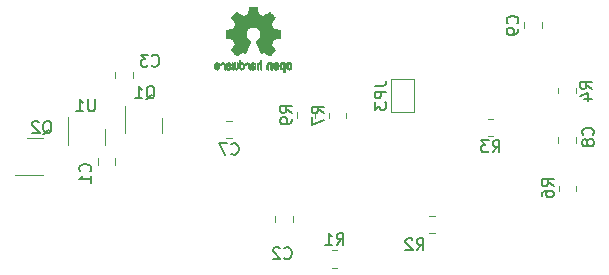
<source format=gbr>
%TF.GenerationSoftware,KiCad,Pcbnew,6.0.11-2627ca5db0~126~ubuntu22.04.1*%
%TF.CreationDate,2023-02-28T18:25:52-05:00*%
%TF.ProjectId,canbus-thermocouple,63616e62-7573-42d7-9468-65726d6f636f,1.0*%
%TF.SameCoordinates,Original*%
%TF.FileFunction,Legend,Bot*%
%TF.FilePolarity,Positive*%
%FSLAX46Y46*%
G04 Gerber Fmt 4.6, Leading zero omitted, Abs format (unit mm)*
G04 Created by KiCad (PCBNEW 6.0.11-2627ca5db0~126~ubuntu22.04.1) date 2023-02-28 18:25:52*
%MOMM*%
%LPD*%
G01*
G04 APERTURE LIST*
%ADD10C,0.150000*%
%ADD11C,0.010000*%
%ADD12C,0.120000*%
G04 APERTURE END LIST*
D10*
%TO.C,R9*%
X84127380Y-80883333D02*
X83651190Y-80550000D01*
X84127380Y-80311904D02*
X83127380Y-80311904D01*
X83127380Y-80692857D01*
X83175000Y-80788095D01*
X83222619Y-80835714D01*
X83317857Y-80883333D01*
X83460714Y-80883333D01*
X83555952Y-80835714D01*
X83603571Y-80788095D01*
X83651190Y-80692857D01*
X83651190Y-80311904D01*
X84127380Y-81359523D02*
X84127380Y-81550000D01*
X84079761Y-81645238D01*
X84032142Y-81692857D01*
X83889285Y-81788095D01*
X83698809Y-81835714D01*
X83317857Y-81835714D01*
X83222619Y-81788095D01*
X83175000Y-81740476D01*
X83127380Y-81645238D01*
X83127380Y-81454761D01*
X83175000Y-81359523D01*
X83222619Y-81311904D01*
X83317857Y-81264285D01*
X83555952Y-81264285D01*
X83651190Y-81311904D01*
X83698809Y-81359523D01*
X83746428Y-81454761D01*
X83746428Y-81645238D01*
X83698809Y-81740476D01*
X83651190Y-81788095D01*
X83555952Y-81835714D01*
%TO.C,R7*%
X86802380Y-80908333D02*
X86326190Y-80575000D01*
X86802380Y-80336904D02*
X85802380Y-80336904D01*
X85802380Y-80717857D01*
X85850000Y-80813095D01*
X85897619Y-80860714D01*
X85992857Y-80908333D01*
X86135714Y-80908333D01*
X86230952Y-80860714D01*
X86278571Y-80813095D01*
X86326190Y-80717857D01*
X86326190Y-80336904D01*
X85802380Y-81241666D02*
X85802380Y-81908333D01*
X86802380Y-81479761D01*
%TO.C,R3*%
X101116666Y-84202380D02*
X101450000Y-83726190D01*
X101688095Y-84202380D02*
X101688095Y-83202380D01*
X101307142Y-83202380D01*
X101211904Y-83250000D01*
X101164285Y-83297619D01*
X101116666Y-83392857D01*
X101116666Y-83535714D01*
X101164285Y-83630952D01*
X101211904Y-83678571D01*
X101307142Y-83726190D01*
X101688095Y-83726190D01*
X100783333Y-83202380D02*
X100164285Y-83202380D01*
X100497619Y-83583333D01*
X100354761Y-83583333D01*
X100259523Y-83630952D01*
X100211904Y-83678571D01*
X100164285Y-83773809D01*
X100164285Y-84011904D01*
X100211904Y-84107142D01*
X100259523Y-84154761D01*
X100354761Y-84202380D01*
X100640476Y-84202380D01*
X100735714Y-84154761D01*
X100783333Y-84107142D01*
%TO.C,R4*%
X109527380Y-78833333D02*
X109051190Y-78500000D01*
X109527380Y-78261904D02*
X108527380Y-78261904D01*
X108527380Y-78642857D01*
X108575000Y-78738095D01*
X108622619Y-78785714D01*
X108717857Y-78833333D01*
X108860714Y-78833333D01*
X108955952Y-78785714D01*
X109003571Y-78738095D01*
X109051190Y-78642857D01*
X109051190Y-78261904D01*
X108860714Y-79690476D02*
X109527380Y-79690476D01*
X108479761Y-79452380D02*
X109194047Y-79214285D01*
X109194047Y-79833333D01*
%TO.C,C8*%
X109607142Y-82733333D02*
X109654761Y-82685714D01*
X109702380Y-82542857D01*
X109702380Y-82447619D01*
X109654761Y-82304761D01*
X109559523Y-82209523D01*
X109464285Y-82161904D01*
X109273809Y-82114285D01*
X109130952Y-82114285D01*
X108940476Y-82161904D01*
X108845238Y-82209523D01*
X108750000Y-82304761D01*
X108702380Y-82447619D01*
X108702380Y-82542857D01*
X108750000Y-82685714D01*
X108797619Y-82733333D01*
X109130952Y-83304761D02*
X109083333Y-83209523D01*
X109035714Y-83161904D01*
X108940476Y-83114285D01*
X108892857Y-83114285D01*
X108797619Y-83161904D01*
X108750000Y-83209523D01*
X108702380Y-83304761D01*
X108702380Y-83495238D01*
X108750000Y-83590476D01*
X108797619Y-83638095D01*
X108892857Y-83685714D01*
X108940476Y-83685714D01*
X109035714Y-83638095D01*
X109083333Y-83590476D01*
X109130952Y-83495238D01*
X109130952Y-83304761D01*
X109178571Y-83209523D01*
X109226190Y-83161904D01*
X109321428Y-83114285D01*
X109511904Y-83114285D01*
X109607142Y-83161904D01*
X109654761Y-83209523D01*
X109702380Y-83304761D01*
X109702380Y-83495238D01*
X109654761Y-83590476D01*
X109607142Y-83638095D01*
X109511904Y-83685714D01*
X109321428Y-83685714D01*
X109226190Y-83638095D01*
X109178571Y-83590476D01*
X109130952Y-83495238D01*
%TO.C,C9*%
X103202142Y-73295833D02*
X103249761Y-73248214D01*
X103297380Y-73105357D01*
X103297380Y-73010119D01*
X103249761Y-72867261D01*
X103154523Y-72772023D01*
X103059285Y-72724404D01*
X102868809Y-72676785D01*
X102725952Y-72676785D01*
X102535476Y-72724404D01*
X102440238Y-72772023D01*
X102345000Y-72867261D01*
X102297380Y-73010119D01*
X102297380Y-73105357D01*
X102345000Y-73248214D01*
X102392619Y-73295833D01*
X103297380Y-73772023D02*
X103297380Y-73962500D01*
X103249761Y-74057738D01*
X103202142Y-74105357D01*
X103059285Y-74200595D01*
X102868809Y-74248214D01*
X102487857Y-74248214D01*
X102392619Y-74200595D01*
X102345000Y-74152976D01*
X102297380Y-74057738D01*
X102297380Y-73867261D01*
X102345000Y-73772023D01*
X102392619Y-73724404D01*
X102487857Y-73676785D01*
X102725952Y-73676785D01*
X102821190Y-73724404D01*
X102868809Y-73772023D01*
X102916428Y-73867261D01*
X102916428Y-74057738D01*
X102868809Y-74152976D01*
X102821190Y-74200595D01*
X102725952Y-74248214D01*
%TO.C,R6*%
X106277380Y-87083333D02*
X105801190Y-86750000D01*
X106277380Y-86511904D02*
X105277380Y-86511904D01*
X105277380Y-86892857D01*
X105325000Y-86988095D01*
X105372619Y-87035714D01*
X105467857Y-87083333D01*
X105610714Y-87083333D01*
X105705952Y-87035714D01*
X105753571Y-86988095D01*
X105801190Y-86892857D01*
X105801190Y-86511904D01*
X105277380Y-87940476D02*
X105277380Y-87750000D01*
X105325000Y-87654761D01*
X105372619Y-87607142D01*
X105515476Y-87511904D01*
X105705952Y-87464285D01*
X106086904Y-87464285D01*
X106182142Y-87511904D01*
X106229761Y-87559523D01*
X106277380Y-87654761D01*
X106277380Y-87845238D01*
X106229761Y-87940476D01*
X106182142Y-87988095D01*
X106086904Y-88035714D01*
X105848809Y-88035714D01*
X105753571Y-87988095D01*
X105705952Y-87940476D01*
X105658333Y-87845238D01*
X105658333Y-87654761D01*
X105705952Y-87559523D01*
X105753571Y-87511904D01*
X105848809Y-87464285D01*
%TO.C,C7*%
X78991666Y-84337142D02*
X79039285Y-84384761D01*
X79182142Y-84432380D01*
X79277380Y-84432380D01*
X79420238Y-84384761D01*
X79515476Y-84289523D01*
X79563095Y-84194285D01*
X79610714Y-84003809D01*
X79610714Y-83860952D01*
X79563095Y-83670476D01*
X79515476Y-83575238D01*
X79420238Y-83480000D01*
X79277380Y-83432380D01*
X79182142Y-83432380D01*
X79039285Y-83480000D01*
X78991666Y-83527619D01*
X78658333Y-83432380D02*
X77991666Y-83432380D01*
X78420238Y-84432380D01*
%TO.C,U1*%
X67436904Y-79727380D02*
X67436904Y-80536904D01*
X67389285Y-80632142D01*
X67341666Y-80679761D01*
X67246428Y-80727380D01*
X67055952Y-80727380D01*
X66960714Y-80679761D01*
X66913095Y-80632142D01*
X66865476Y-80536904D01*
X66865476Y-79727380D01*
X65865476Y-80727380D02*
X66436904Y-80727380D01*
X66151190Y-80727380D02*
X66151190Y-79727380D01*
X66246428Y-79870238D01*
X66341666Y-79965476D01*
X66436904Y-80013095D01*
%TO.C,R1*%
X87916666Y-92052380D02*
X88250000Y-91576190D01*
X88488095Y-92052380D02*
X88488095Y-91052380D01*
X88107142Y-91052380D01*
X88011904Y-91100000D01*
X87964285Y-91147619D01*
X87916666Y-91242857D01*
X87916666Y-91385714D01*
X87964285Y-91480952D01*
X88011904Y-91528571D01*
X88107142Y-91576190D01*
X88488095Y-91576190D01*
X86964285Y-92052380D02*
X87535714Y-92052380D01*
X87250000Y-92052380D02*
X87250000Y-91052380D01*
X87345238Y-91195238D01*
X87440476Y-91290476D01*
X87535714Y-91338095D01*
%TO.C,C2*%
X83491666Y-93157142D02*
X83539285Y-93204761D01*
X83682142Y-93252380D01*
X83777380Y-93252380D01*
X83920238Y-93204761D01*
X84015476Y-93109523D01*
X84063095Y-93014285D01*
X84110714Y-92823809D01*
X84110714Y-92680952D01*
X84063095Y-92490476D01*
X84015476Y-92395238D01*
X83920238Y-92300000D01*
X83777380Y-92252380D01*
X83682142Y-92252380D01*
X83539285Y-92300000D01*
X83491666Y-92347619D01*
X83110714Y-92347619D02*
X83063095Y-92300000D01*
X82967857Y-92252380D01*
X82729761Y-92252380D01*
X82634523Y-92300000D01*
X82586904Y-92347619D01*
X82539285Y-92442857D01*
X82539285Y-92538095D01*
X82586904Y-92680952D01*
X83158333Y-93252380D01*
X82539285Y-93252380D01*
%TO.C,C3*%
X72266666Y-76857142D02*
X72314285Y-76904761D01*
X72457142Y-76952380D01*
X72552380Y-76952380D01*
X72695238Y-76904761D01*
X72790476Y-76809523D01*
X72838095Y-76714285D01*
X72885714Y-76523809D01*
X72885714Y-76380952D01*
X72838095Y-76190476D01*
X72790476Y-76095238D01*
X72695238Y-76000000D01*
X72552380Y-75952380D01*
X72457142Y-75952380D01*
X72314285Y-76000000D01*
X72266666Y-76047619D01*
X71933333Y-75952380D02*
X71314285Y-75952380D01*
X71647619Y-76333333D01*
X71504761Y-76333333D01*
X71409523Y-76380952D01*
X71361904Y-76428571D01*
X71314285Y-76523809D01*
X71314285Y-76761904D01*
X71361904Y-76857142D01*
X71409523Y-76904761D01*
X71504761Y-76952380D01*
X71790476Y-76952380D01*
X71885714Y-76904761D01*
X71933333Y-76857142D01*
%TO.C,C1*%
X67032142Y-85833333D02*
X67079761Y-85785714D01*
X67127380Y-85642857D01*
X67127380Y-85547619D01*
X67079761Y-85404761D01*
X66984523Y-85309523D01*
X66889285Y-85261904D01*
X66698809Y-85214285D01*
X66555952Y-85214285D01*
X66365476Y-85261904D01*
X66270238Y-85309523D01*
X66175000Y-85404761D01*
X66127380Y-85547619D01*
X66127380Y-85642857D01*
X66175000Y-85785714D01*
X66222619Y-85833333D01*
X67127380Y-86785714D02*
X67127380Y-86214285D01*
X67127380Y-86500000D02*
X66127380Y-86500000D01*
X66270238Y-86404761D01*
X66365476Y-86309523D01*
X66413095Y-86214285D01*
%TO.C,Q2*%
X63045238Y-82672619D02*
X63140476Y-82625000D01*
X63235714Y-82529761D01*
X63378571Y-82386904D01*
X63473809Y-82339285D01*
X63569047Y-82339285D01*
X63521428Y-82577380D02*
X63616666Y-82529761D01*
X63711904Y-82434523D01*
X63759523Y-82244047D01*
X63759523Y-81910714D01*
X63711904Y-81720238D01*
X63616666Y-81625000D01*
X63521428Y-81577380D01*
X63330952Y-81577380D01*
X63235714Y-81625000D01*
X63140476Y-81720238D01*
X63092857Y-81910714D01*
X63092857Y-82244047D01*
X63140476Y-82434523D01*
X63235714Y-82529761D01*
X63330952Y-82577380D01*
X63521428Y-82577380D01*
X62711904Y-81672619D02*
X62664285Y-81625000D01*
X62569047Y-81577380D01*
X62330952Y-81577380D01*
X62235714Y-81625000D01*
X62188095Y-81672619D01*
X62140476Y-81767857D01*
X62140476Y-81863095D01*
X62188095Y-82005952D01*
X62759523Y-82577380D01*
X62140476Y-82577380D01*
%TO.C,Q1*%
X71770238Y-79722619D02*
X71865476Y-79675000D01*
X71960714Y-79579761D01*
X72103571Y-79436904D01*
X72198809Y-79389285D01*
X72294047Y-79389285D01*
X72246428Y-79627380D02*
X72341666Y-79579761D01*
X72436904Y-79484523D01*
X72484523Y-79294047D01*
X72484523Y-78960714D01*
X72436904Y-78770238D01*
X72341666Y-78675000D01*
X72246428Y-78627380D01*
X72055952Y-78627380D01*
X71960714Y-78675000D01*
X71865476Y-78770238D01*
X71817857Y-78960714D01*
X71817857Y-79294047D01*
X71865476Y-79484523D01*
X71960714Y-79579761D01*
X72055952Y-79627380D01*
X72246428Y-79627380D01*
X70865476Y-79627380D02*
X71436904Y-79627380D01*
X71151190Y-79627380D02*
X71151190Y-78627380D01*
X71246428Y-78770238D01*
X71341666Y-78865476D01*
X71436904Y-78913095D01*
%TO.C,JP3*%
X91127380Y-78591666D02*
X91841666Y-78591666D01*
X91984523Y-78544047D01*
X92079761Y-78448809D01*
X92127380Y-78305952D01*
X92127380Y-78210714D01*
X92127380Y-79067857D02*
X91127380Y-79067857D01*
X91127380Y-79448809D01*
X91175000Y-79544047D01*
X91222619Y-79591666D01*
X91317857Y-79639285D01*
X91460714Y-79639285D01*
X91555952Y-79591666D01*
X91603571Y-79544047D01*
X91651190Y-79448809D01*
X91651190Y-79067857D01*
X91127380Y-79972619D02*
X91127380Y-80591666D01*
X91508333Y-80258333D01*
X91508333Y-80401190D01*
X91555952Y-80496428D01*
X91603571Y-80544047D01*
X91698809Y-80591666D01*
X91936904Y-80591666D01*
X92032142Y-80544047D01*
X92079761Y-80496428D01*
X92127380Y-80401190D01*
X92127380Y-80115476D01*
X92079761Y-80020238D01*
X92032142Y-79972619D01*
%TO.C,R2*%
X94691666Y-92502380D02*
X95025000Y-92026190D01*
X95263095Y-92502380D02*
X95263095Y-91502380D01*
X94882142Y-91502380D01*
X94786904Y-91550000D01*
X94739285Y-91597619D01*
X94691666Y-91692857D01*
X94691666Y-91835714D01*
X94739285Y-91930952D01*
X94786904Y-91978571D01*
X94882142Y-92026190D01*
X95263095Y-92026190D01*
X94310714Y-91597619D02*
X94263095Y-91550000D01*
X94167857Y-91502380D01*
X93929761Y-91502380D01*
X93834523Y-91550000D01*
X93786904Y-91597619D01*
X93739285Y-91692857D01*
X93739285Y-91788095D01*
X93786904Y-91930952D01*
X94358333Y-92502380D01*
X93739285Y-92502380D01*
%TO.C,REF\u002A\u002A*%
G36*
X79478941Y-76599282D02*
G01*
X79510774Y-76611758D01*
X79547743Y-76628602D01*
X79547743Y-77115196D01*
X79501812Y-77161127D01*
X79491320Y-77171427D01*
X79462255Y-77194320D01*
X79432943Y-77201735D01*
X79389326Y-77198321D01*
X79371568Y-77196114D01*
X79325767Y-77191445D01*
X79293743Y-77189585D01*
X79284244Y-77189869D01*
X79245274Y-77192948D01*
X79198160Y-77198321D01*
X79183085Y-77200168D01*
X79145110Y-77200893D01*
X79117325Y-77189429D01*
X79085674Y-77161127D01*
X79039743Y-77115196D01*
X79039743Y-76855055D01*
X79040101Y-76778180D01*
X79041216Y-76704886D01*
X79042952Y-76646850D01*
X79045167Y-76608663D01*
X79047721Y-76594914D01*
X79048256Y-76594951D01*
X79066808Y-76601793D01*
X79098153Y-76616868D01*
X79140608Y-76638822D01*
X79144604Y-76867240D01*
X79148600Y-77095657D01*
X79235686Y-77095657D01*
X79239657Y-76845286D01*
X79240916Y-76777227D01*
X79242718Y-76704482D01*
X79244671Y-76646730D01*
X79246612Y-76608648D01*
X79248377Y-76594914D01*
X79248885Y-76594962D01*
X79266482Y-76600015D01*
X79298834Y-76610849D01*
X79344543Y-76626783D01*
X79344765Y-76846706D01*
X79344988Y-76884909D01*
X79346531Y-76959146D01*
X79349292Y-77021145D01*
X79352977Y-77065308D01*
X79357292Y-77086041D01*
X79372732Y-77097131D01*
X79404241Y-77100556D01*
X79438886Y-77095657D01*
X79442857Y-76845286D01*
X79444278Y-76781663D01*
X79447225Y-76706356D01*
X79451079Y-76647286D01*
X79455542Y-76608718D01*
X79460317Y-76594914D01*
X79478941Y-76599282D01*
G37*
D11*
X79478941Y-76599282D02*
X79510774Y-76611758D01*
X79547743Y-76628602D01*
X79547743Y-77115196D01*
X79501812Y-77161127D01*
X79491320Y-77171427D01*
X79462255Y-77194320D01*
X79432943Y-77201735D01*
X79389326Y-77198321D01*
X79371568Y-77196114D01*
X79325767Y-77191445D01*
X79293743Y-77189585D01*
X79284244Y-77189869D01*
X79245274Y-77192948D01*
X79198160Y-77198321D01*
X79183085Y-77200168D01*
X79145110Y-77200893D01*
X79117325Y-77189429D01*
X79085674Y-77161127D01*
X79039743Y-77115196D01*
X79039743Y-76855055D01*
X79040101Y-76778180D01*
X79041216Y-76704886D01*
X79042952Y-76646850D01*
X79045167Y-76608663D01*
X79047721Y-76594914D01*
X79048256Y-76594951D01*
X79066808Y-76601793D01*
X79098153Y-76616868D01*
X79140608Y-76638822D01*
X79144604Y-76867240D01*
X79148600Y-77095657D01*
X79235686Y-77095657D01*
X79239657Y-76845286D01*
X79240916Y-76777227D01*
X79242718Y-76704482D01*
X79244671Y-76646730D01*
X79246612Y-76608648D01*
X79248377Y-76594914D01*
X79248885Y-76594962D01*
X79266482Y-76600015D01*
X79298834Y-76610849D01*
X79344543Y-76626783D01*
X79344765Y-76846706D01*
X79344988Y-76884909D01*
X79346531Y-76959146D01*
X79349292Y-77021145D01*
X79352977Y-77065308D01*
X79357292Y-77086041D01*
X79372732Y-77097131D01*
X79404241Y-77100556D01*
X79438886Y-77095657D01*
X79442857Y-76845286D01*
X79444278Y-76781663D01*
X79447225Y-76706356D01*
X79451079Y-76647286D01*
X79455542Y-76608718D01*
X79460317Y-76594914D01*
X79478941Y-76599282D01*
G36*
X84090701Y-76900935D02*
G01*
X84089914Y-76971119D01*
X84087210Y-77020022D01*
X84081606Y-77054178D01*
X84072119Y-77080124D01*
X84057768Y-77104397D01*
X84054237Y-77109433D01*
X84016878Y-77149143D01*
X83974311Y-77179092D01*
X83952452Y-77188810D01*
X83873908Y-77205020D01*
X83796231Y-77194535D01*
X83724645Y-77158707D01*
X83664374Y-77098887D01*
X83659286Y-77090873D01*
X83642730Y-77044342D01*
X83631573Y-76979552D01*
X83626160Y-76904727D01*
X83626768Y-76835513D01*
X83773248Y-76835513D01*
X83774402Y-76931399D01*
X83774866Y-76937569D01*
X83781629Y-76990478D01*
X83793671Y-77024029D01*
X83814005Y-77047016D01*
X83848097Y-77068548D01*
X83881814Y-77069680D01*
X83916543Y-77044857D01*
X83922584Y-77038325D01*
X83934417Y-77018779D01*
X83941404Y-76990386D01*
X83944727Y-76946430D01*
X83945571Y-76880192D01*
X83944125Y-76818150D01*
X83936907Y-76759042D01*
X83922006Y-76721686D01*
X83897636Y-76702152D01*
X83862008Y-76696514D01*
X83848440Y-76697635D01*
X83810430Y-76718194D01*
X83785312Y-76764299D01*
X83773248Y-76835513D01*
X83626768Y-76835513D01*
X83626833Y-76828096D01*
X83633937Y-76757882D01*
X83647815Y-76702312D01*
X83665649Y-76665301D01*
X83715855Y-76607733D01*
X83783885Y-76571962D01*
X83867158Y-76559665D01*
X83889398Y-76560331D01*
X83954891Y-76573947D01*
X84008687Y-76608249D01*
X84058057Y-76667338D01*
X84060995Y-76671722D01*
X84074287Y-76695299D01*
X84082932Y-76721949D01*
X84087904Y-76758159D01*
X84090174Y-76810413D01*
X84090678Y-76880192D01*
X84090714Y-76885200D01*
X84090701Y-76900935D01*
G37*
X84090701Y-76900935D02*
X84089914Y-76971119D01*
X84087210Y-77020022D01*
X84081606Y-77054178D01*
X84072119Y-77080124D01*
X84057768Y-77104397D01*
X84054237Y-77109433D01*
X84016878Y-77149143D01*
X83974311Y-77179092D01*
X83952452Y-77188810D01*
X83873908Y-77205020D01*
X83796231Y-77194535D01*
X83724645Y-77158707D01*
X83664374Y-77098887D01*
X83659286Y-77090873D01*
X83642730Y-77044342D01*
X83631573Y-76979552D01*
X83626160Y-76904727D01*
X83626768Y-76835513D01*
X83773248Y-76835513D01*
X83774402Y-76931399D01*
X83774866Y-76937569D01*
X83781629Y-76990478D01*
X83793671Y-77024029D01*
X83814005Y-77047016D01*
X83848097Y-77068548D01*
X83881814Y-77069680D01*
X83916543Y-77044857D01*
X83922584Y-77038325D01*
X83934417Y-77018779D01*
X83941404Y-76990386D01*
X83944727Y-76946430D01*
X83945571Y-76880192D01*
X83944125Y-76818150D01*
X83936907Y-76759042D01*
X83922006Y-76721686D01*
X83897636Y-76702152D01*
X83862008Y-76696514D01*
X83848440Y-76697635D01*
X83810430Y-76718194D01*
X83785312Y-76764299D01*
X83773248Y-76835513D01*
X83626768Y-76835513D01*
X83626833Y-76828096D01*
X83633937Y-76757882D01*
X83647815Y-76702312D01*
X83665649Y-76665301D01*
X83715855Y-76607733D01*
X83783885Y-76571962D01*
X83867158Y-76559665D01*
X83889398Y-76560331D01*
X83954891Y-76573947D01*
X84008687Y-76608249D01*
X84058057Y-76667338D01*
X84060995Y-76671722D01*
X84074287Y-76695299D01*
X84082932Y-76721949D01*
X84087904Y-76758159D01*
X84090174Y-76810413D01*
X84090678Y-76880192D01*
X84090714Y-76885200D01*
X84090701Y-76900935D01*
G36*
X77965307Y-76941305D02*
G01*
X77961762Y-77017521D01*
X77952483Y-77073294D01*
X77935375Y-77114613D01*
X77908344Y-77147467D01*
X77869292Y-77177846D01*
X77844445Y-77191660D01*
X77804615Y-77200965D01*
X77748665Y-77200230D01*
X77717385Y-77197283D01*
X77679653Y-77188283D01*
X77649494Y-77168720D01*
X77614408Y-77132267D01*
X77609720Y-77126943D01*
X77578177Y-77085969D01*
X77563128Y-77050283D01*
X77559286Y-77007966D01*
X77559286Y-76945779D01*
X77602742Y-76962182D01*
X77634424Y-76981356D01*
X77661962Y-77026347D01*
X77667711Y-77040752D01*
X77699855Y-77081546D01*
X77743611Y-77102081D01*
X77791254Y-77100235D01*
X77835057Y-77073886D01*
X77850111Y-77057455D01*
X77863763Y-77032667D01*
X77859493Y-77010144D01*
X77834916Y-76986964D01*
X77787651Y-76960202D01*
X77715314Y-76926934D01*
X77566543Y-76861816D01*
X77562595Y-76797308D01*
X77564079Y-76756220D01*
X77661010Y-76756220D01*
X77668368Y-76781657D01*
X77701848Y-76808814D01*
X77762614Y-76839714D01*
X77772669Y-76844190D01*
X77820751Y-76865017D01*
X77856726Y-76879665D01*
X77873444Y-76885200D01*
X77875977Y-76881126D01*
X77876993Y-76856247D01*
X77873369Y-76816257D01*
X77864242Y-76777152D01*
X77835773Y-76727884D01*
X77794678Y-76700122D01*
X77745590Y-76696364D01*
X77693144Y-76719109D01*
X77678609Y-76730481D01*
X77661010Y-76756220D01*
X77564079Y-76756220D01*
X77564338Y-76749064D01*
X77586281Y-76688096D01*
X77613979Y-76654497D01*
X77671405Y-76616966D01*
X77739527Y-76598006D01*
X77809947Y-76599507D01*
X77874267Y-76623355D01*
X77888426Y-76632513D01*
X77920904Y-76660849D01*
X77943116Y-76696695D01*
X77956804Y-76745384D01*
X77963715Y-76812249D01*
X77964628Y-76856247D01*
X77965590Y-76902622D01*
X77965307Y-76941305D01*
G37*
X77965307Y-76941305D02*
X77961762Y-77017521D01*
X77952483Y-77073294D01*
X77935375Y-77114613D01*
X77908344Y-77147467D01*
X77869292Y-77177846D01*
X77844445Y-77191660D01*
X77804615Y-77200965D01*
X77748665Y-77200230D01*
X77717385Y-77197283D01*
X77679653Y-77188283D01*
X77649494Y-77168720D01*
X77614408Y-77132267D01*
X77609720Y-77126943D01*
X77578177Y-77085969D01*
X77563128Y-77050283D01*
X77559286Y-77007966D01*
X77559286Y-76945779D01*
X77602742Y-76962182D01*
X77634424Y-76981356D01*
X77661962Y-77026347D01*
X77667711Y-77040752D01*
X77699855Y-77081546D01*
X77743611Y-77102081D01*
X77791254Y-77100235D01*
X77835057Y-77073886D01*
X77850111Y-77057455D01*
X77863763Y-77032667D01*
X77859493Y-77010144D01*
X77834916Y-76986964D01*
X77787651Y-76960202D01*
X77715314Y-76926934D01*
X77566543Y-76861816D01*
X77562595Y-76797308D01*
X77564079Y-76756220D01*
X77661010Y-76756220D01*
X77668368Y-76781657D01*
X77701848Y-76808814D01*
X77762614Y-76839714D01*
X77772669Y-76844190D01*
X77820751Y-76865017D01*
X77856726Y-76879665D01*
X77873444Y-76885200D01*
X77875977Y-76881126D01*
X77876993Y-76856247D01*
X77873369Y-76816257D01*
X77864242Y-76777152D01*
X77835773Y-76727884D01*
X77794678Y-76700122D01*
X77745590Y-76696364D01*
X77693144Y-76719109D01*
X77678609Y-76730481D01*
X77661010Y-76756220D01*
X77564079Y-76756220D01*
X77564338Y-76749064D01*
X77586281Y-76688096D01*
X77613979Y-76654497D01*
X77671405Y-76616966D01*
X77739527Y-76598006D01*
X77809947Y-76599507D01*
X77874267Y-76623355D01*
X77888426Y-76632513D01*
X77920904Y-76660849D01*
X77943116Y-76696695D01*
X77956804Y-76745384D01*
X77963715Y-76812249D01*
X77964628Y-76856247D01*
X77965590Y-76902622D01*
X77965307Y-76941305D01*
G36*
X82256020Y-76567822D02*
G01*
X82323810Y-76599680D01*
X82379366Y-76654770D01*
X82390881Y-76672016D01*
X82400432Y-76691562D01*
X82407206Y-76716198D01*
X82411819Y-76750711D01*
X82414888Y-76799889D01*
X82417029Y-76868519D01*
X82418859Y-76961389D01*
X82423404Y-77219007D01*
X82385225Y-77204491D01*
X82350268Y-77191156D01*
X82324097Y-77178323D01*
X82307013Y-77161780D01*
X82297086Y-77136465D01*
X82292386Y-77097316D01*
X82290982Y-77039268D01*
X82290943Y-76957261D01*
X82290744Y-76891895D01*
X82289559Y-76829173D01*
X82286729Y-76786334D01*
X82281609Y-76758220D01*
X82273553Y-76739675D01*
X82261914Y-76725543D01*
X82233303Y-76705600D01*
X82185239Y-76698083D01*
X82137688Y-76717079D01*
X82134550Y-76719511D01*
X82124769Y-76730748D01*
X82117553Y-76748770D01*
X82112299Y-76778026D01*
X82108402Y-76822962D01*
X82105256Y-76888028D01*
X82102257Y-76977670D01*
X82095000Y-77217697D01*
X82033314Y-77190044D01*
X81971629Y-77162391D01*
X81971629Y-76943246D01*
X81971884Y-76883711D01*
X81974086Y-76800892D01*
X81979661Y-76739227D01*
X81989941Y-76693748D01*
X82006258Y-76659484D01*
X82029943Y-76631466D01*
X82062328Y-76604723D01*
X82108907Y-76577780D01*
X82182287Y-76560191D01*
X82256020Y-76567822D01*
G37*
X82256020Y-76567822D02*
X82323810Y-76599680D01*
X82379366Y-76654770D01*
X82390881Y-76672016D01*
X82400432Y-76691562D01*
X82407206Y-76716198D01*
X82411819Y-76750711D01*
X82414888Y-76799889D01*
X82417029Y-76868519D01*
X82418859Y-76961389D01*
X82423404Y-77219007D01*
X82385225Y-77204491D01*
X82350268Y-77191156D01*
X82324097Y-77178323D01*
X82307013Y-77161780D01*
X82297086Y-77136465D01*
X82292386Y-77097316D01*
X82290982Y-77039268D01*
X82290943Y-76957261D01*
X82290744Y-76891895D01*
X82289559Y-76829173D01*
X82286729Y-76786334D01*
X82281609Y-76758220D01*
X82273553Y-76739675D01*
X82261914Y-76725543D01*
X82233303Y-76705600D01*
X82185239Y-76698083D01*
X82137688Y-76717079D01*
X82134550Y-76719511D01*
X82124769Y-76730748D01*
X82117553Y-76748770D01*
X82112299Y-76778026D01*
X82108402Y-76822962D01*
X82105256Y-76888028D01*
X82102257Y-76977670D01*
X82095000Y-77217697D01*
X82033314Y-77190044D01*
X81971629Y-77162391D01*
X81971629Y-76943246D01*
X81971884Y-76883711D01*
X81974086Y-76800892D01*
X81979661Y-76739227D01*
X81989941Y-76693748D01*
X82006258Y-76659484D01*
X82029943Y-76631466D01*
X82062328Y-76604723D01*
X82108907Y-76577780D01*
X82182287Y-76560191D01*
X82256020Y-76567822D01*
G36*
X78307829Y-76601097D02*
G01*
X78367753Y-76623355D01*
X78392673Y-76640080D01*
X78417910Y-76664043D01*
X78435912Y-76694526D01*
X78447858Y-76736023D01*
X78454930Y-76793032D01*
X78458308Y-76870047D01*
X78459171Y-76971565D01*
X78459002Y-77024027D01*
X78458153Y-77095715D01*
X78456711Y-77152925D01*
X78454814Y-77190809D01*
X78452597Y-77204514D01*
X78438172Y-77199981D01*
X78409054Y-77187670D01*
X78408181Y-77187272D01*
X78393060Y-77179356D01*
X78382891Y-77168495D01*
X78376691Y-77149471D01*
X78373478Y-77117069D01*
X78372270Y-77066071D01*
X78372086Y-76991261D01*
X78371714Y-76943804D01*
X78367750Y-76854615D01*
X78358673Y-76789287D01*
X78343524Y-76744393D01*
X78321345Y-76716507D01*
X78291175Y-76702203D01*
X78286990Y-76701206D01*
X78230480Y-76700427D01*
X78186410Y-76725744D01*
X78155972Y-76776502D01*
X78150544Y-76791175D01*
X78138171Y-76823649D01*
X78131905Y-76838572D01*
X78119036Y-76836516D01*
X78090933Y-76825357D01*
X78064721Y-76806927D01*
X78052771Y-76772098D01*
X78056336Y-76747151D01*
X78078235Y-76696547D01*
X78113644Y-76649128D01*
X78155052Y-76616334D01*
X78172400Y-76608752D01*
X78238089Y-76596076D01*
X78307829Y-76601097D01*
G37*
X78307829Y-76601097D02*
X78367753Y-76623355D01*
X78392673Y-76640080D01*
X78417910Y-76664043D01*
X78435912Y-76694526D01*
X78447858Y-76736023D01*
X78454930Y-76793032D01*
X78458308Y-76870047D01*
X78459171Y-76971565D01*
X78459002Y-77024027D01*
X78458153Y-77095715D01*
X78456711Y-77152925D01*
X78454814Y-77190809D01*
X78452597Y-77204514D01*
X78438172Y-77199981D01*
X78409054Y-77187670D01*
X78408181Y-77187272D01*
X78393060Y-77179356D01*
X78382891Y-77168495D01*
X78376691Y-77149471D01*
X78373478Y-77117069D01*
X78372270Y-77066071D01*
X78372086Y-76991261D01*
X78371714Y-76943804D01*
X78367750Y-76854615D01*
X78358673Y-76789287D01*
X78343524Y-76744393D01*
X78321345Y-76716507D01*
X78291175Y-76702203D01*
X78286990Y-76701206D01*
X78230480Y-76700427D01*
X78186410Y-76725744D01*
X78155972Y-76776502D01*
X78150544Y-76791175D01*
X78138171Y-76823649D01*
X78131905Y-76838572D01*
X78119036Y-76836516D01*
X78090933Y-76825357D01*
X78064721Y-76806927D01*
X78052771Y-76772098D01*
X78056336Y-76747151D01*
X78078235Y-76696547D01*
X78113644Y-76649128D01*
X78155052Y-76616334D01*
X78172400Y-76608752D01*
X78238089Y-76596076D01*
X78307829Y-76601097D01*
G36*
X80054537Y-76956313D02*
G01*
X80046345Y-77033462D01*
X80028519Y-77091276D01*
X79998975Y-77135422D01*
X79955625Y-77171568D01*
X79914332Y-77192463D01*
X79844987Y-77204090D01*
X79775736Y-77191377D01*
X79713145Y-77155945D01*
X79663779Y-77099418D01*
X79657818Y-77088995D01*
X79649945Y-77070733D01*
X79644106Y-77047429D01*
X79639999Y-77015085D01*
X79637325Y-76969704D01*
X79635781Y-76907287D01*
X79635734Y-76901748D01*
X79736429Y-76901748D01*
X79736772Y-76954577D01*
X79738942Y-77002362D01*
X79744307Y-77033209D01*
X79754217Y-77053935D01*
X79770021Y-77071356D01*
X79773724Y-77074705D01*
X79821299Y-77099419D01*
X79871635Y-77096890D01*
X79918517Y-77067288D01*
X79932477Y-77051953D01*
X79944160Y-77031622D01*
X79950686Y-77003514D01*
X79953524Y-76960550D01*
X79954143Y-76895647D01*
X79953837Y-76846122D01*
X79951722Y-76797782D01*
X79946390Y-76766587D01*
X79936460Y-76745647D01*
X79920550Y-76728073D01*
X79911204Y-76720159D01*
X79862776Y-76698843D01*
X79812040Y-76702198D01*
X79767987Y-76730107D01*
X79758504Y-76741173D01*
X79746939Y-76762009D01*
X79740252Y-76791106D01*
X79737173Y-76835381D01*
X79736429Y-76901748D01*
X79635734Y-76901748D01*
X79635067Y-76823837D01*
X79634883Y-76715358D01*
X79634829Y-76378601D01*
X79682000Y-76398362D01*
X79694472Y-76403770D01*
X79714324Y-76415985D01*
X79725687Y-76434482D01*
X79731933Y-76466829D01*
X79736429Y-76520593D01*
X79740535Y-76568866D01*
X79745963Y-76600557D01*
X79753739Y-76612383D01*
X79765457Y-76609212D01*
X79795318Y-76598067D01*
X79848684Y-76595304D01*
X79906093Y-76605625D01*
X79955625Y-76627861D01*
X79982876Y-76648443D01*
X80017865Y-76688600D01*
X80040274Y-76740086D01*
X80052190Y-76808568D01*
X80055542Y-76895647D01*
X80055698Y-76899714D01*
X80054537Y-76956313D01*
G37*
X80054537Y-76956313D02*
X80046345Y-77033462D01*
X80028519Y-77091276D01*
X79998975Y-77135422D01*
X79955625Y-77171568D01*
X79914332Y-77192463D01*
X79844987Y-77204090D01*
X79775736Y-77191377D01*
X79713145Y-77155945D01*
X79663779Y-77099418D01*
X79657818Y-77088995D01*
X79649945Y-77070733D01*
X79644106Y-77047429D01*
X79639999Y-77015085D01*
X79637325Y-76969704D01*
X79635781Y-76907287D01*
X79635734Y-76901748D01*
X79736429Y-76901748D01*
X79736772Y-76954577D01*
X79738942Y-77002362D01*
X79744307Y-77033209D01*
X79754217Y-77053935D01*
X79770021Y-77071356D01*
X79773724Y-77074705D01*
X79821299Y-77099419D01*
X79871635Y-77096890D01*
X79918517Y-77067288D01*
X79932477Y-77051953D01*
X79944160Y-77031622D01*
X79950686Y-77003514D01*
X79953524Y-76960550D01*
X79954143Y-76895647D01*
X79953837Y-76846122D01*
X79951722Y-76797782D01*
X79946390Y-76766587D01*
X79936460Y-76745647D01*
X79920550Y-76728073D01*
X79911204Y-76720159D01*
X79862776Y-76698843D01*
X79812040Y-76702198D01*
X79767987Y-76730107D01*
X79758504Y-76741173D01*
X79746939Y-76762009D01*
X79740252Y-76791106D01*
X79737173Y-76835381D01*
X79736429Y-76901748D01*
X79635734Y-76901748D01*
X79635067Y-76823837D01*
X79634883Y-76715358D01*
X79634829Y-76378601D01*
X79682000Y-76398362D01*
X79694472Y-76403770D01*
X79714324Y-76415985D01*
X79725687Y-76434482D01*
X79731933Y-76466829D01*
X79736429Y-76520593D01*
X79740535Y-76568866D01*
X79745963Y-76600557D01*
X79753739Y-76612383D01*
X79765457Y-76609212D01*
X79795318Y-76598067D01*
X79848684Y-76595304D01*
X79906093Y-76605625D01*
X79955625Y-76627861D01*
X79982876Y-76648443D01*
X80017865Y-76688600D01*
X80040274Y-76740086D01*
X80052190Y-76808568D01*
X80055542Y-76895647D01*
X80055698Y-76899714D01*
X80054537Y-76956313D01*
G36*
X81503543Y-76399444D02*
G01*
X81550714Y-76419342D01*
X81550714Y-76816509D01*
X81550519Y-76919498D01*
X81549998Y-77012141D01*
X81549199Y-77090700D01*
X81548172Y-77151439D01*
X81546963Y-77190623D01*
X81545623Y-77204514D01*
X81545099Y-77204468D01*
X81527287Y-77199420D01*
X81494823Y-77188580D01*
X81449114Y-77172646D01*
X81449114Y-76968173D01*
X81448824Y-76887832D01*
X81447474Y-76829562D01*
X81444369Y-76789909D01*
X81438812Y-76763618D01*
X81430107Y-76745436D01*
X81417556Y-76730107D01*
X81408999Y-76721955D01*
X81362728Y-76699375D01*
X81311728Y-76701375D01*
X81264993Y-76728073D01*
X81258189Y-76734698D01*
X81247293Y-76748456D01*
X81239836Y-76766642D01*
X81235169Y-76794177D01*
X81232642Y-76835981D01*
X81231602Y-76896973D01*
X81231400Y-76982073D01*
X81231303Y-77025234D01*
X81230674Y-77096224D01*
X81229556Y-77153076D01*
X81228063Y-77190828D01*
X81226309Y-77204514D01*
X81225785Y-77204468D01*
X81207973Y-77199420D01*
X81175509Y-77188580D01*
X81129800Y-77172646D01*
X81129823Y-76967237D01*
X81129857Y-76948951D01*
X81131778Y-76853626D01*
X81137678Y-76781543D01*
X81149001Y-76727813D01*
X81167187Y-76687549D01*
X81193679Y-76655861D01*
X81229918Y-76627861D01*
X81265263Y-76610333D01*
X81321773Y-76596785D01*
X81377356Y-76596015D01*
X81420086Y-76609195D01*
X81423298Y-76611015D01*
X81433205Y-76610820D01*
X81439975Y-76595572D01*
X81444861Y-76560613D01*
X81449114Y-76501289D01*
X81456371Y-76379547D01*
X81503543Y-76399444D01*
G37*
X81503543Y-76399444D02*
X81550714Y-76419342D01*
X81550714Y-76816509D01*
X81550519Y-76919498D01*
X81549998Y-77012141D01*
X81549199Y-77090700D01*
X81548172Y-77151439D01*
X81546963Y-77190623D01*
X81545623Y-77204514D01*
X81545099Y-77204468D01*
X81527287Y-77199420D01*
X81494823Y-77188580D01*
X81449114Y-77172646D01*
X81449114Y-76968173D01*
X81448824Y-76887832D01*
X81447474Y-76829562D01*
X81444369Y-76789909D01*
X81438812Y-76763618D01*
X81430107Y-76745436D01*
X81417556Y-76730107D01*
X81408999Y-76721955D01*
X81362728Y-76699375D01*
X81311728Y-76701375D01*
X81264993Y-76728073D01*
X81258189Y-76734698D01*
X81247293Y-76748456D01*
X81239836Y-76766642D01*
X81235169Y-76794177D01*
X81232642Y-76835981D01*
X81231602Y-76896973D01*
X81231400Y-76982073D01*
X81231303Y-77025234D01*
X81230674Y-77096224D01*
X81229556Y-77153076D01*
X81228063Y-77190828D01*
X81226309Y-77204514D01*
X81225785Y-77204468D01*
X81207973Y-77199420D01*
X81175509Y-77188580D01*
X81129800Y-77172646D01*
X81129823Y-76967237D01*
X81129857Y-76948951D01*
X81131778Y-76853626D01*
X81137678Y-76781543D01*
X81149001Y-76727813D01*
X81167187Y-76687549D01*
X81193679Y-76655861D01*
X81229918Y-76627861D01*
X81265263Y-76610333D01*
X81321773Y-76596785D01*
X81377356Y-76596015D01*
X81420086Y-76609195D01*
X81423298Y-76611015D01*
X81433205Y-76610820D01*
X81439975Y-76595572D01*
X81444861Y-76560613D01*
X81449114Y-76501289D01*
X81456371Y-76379547D01*
X81503543Y-76399444D01*
G36*
X80914483Y-76610569D02*
G01*
X80964376Y-76639661D01*
X80986325Y-76662327D01*
X81028504Y-76730082D01*
X81042714Y-76803950D01*
X81042714Y-76854770D01*
X80995999Y-76835128D01*
X80963692Y-76815308D01*
X80938231Y-76774160D01*
X80935616Y-76765675D01*
X80907478Y-76722451D01*
X80865067Y-76699103D01*
X80816370Y-76698100D01*
X80769373Y-76721914D01*
X80762357Y-76728056D01*
X80738893Y-76754745D01*
X80735019Y-76778014D01*
X80752768Y-76800862D01*
X80794179Y-76826287D01*
X80861286Y-76857288D01*
X80865824Y-76859252D01*
X80940322Y-76893990D01*
X80991203Y-76924763D01*
X81022525Y-76955488D01*
X81038343Y-76990082D01*
X81042714Y-77032462D01*
X81036986Y-77079446D01*
X81008062Y-77139585D01*
X80957178Y-77182788D01*
X80920374Y-77195759D01*
X80868434Y-77202856D01*
X80817999Y-77201340D01*
X80781983Y-77190632D01*
X80778158Y-77187966D01*
X80767998Y-77169337D01*
X80775048Y-77136505D01*
X80787297Y-77110735D01*
X80806939Y-77100006D01*
X80844191Y-77100539D01*
X80895908Y-77097462D01*
X80929701Y-77076212D01*
X80941114Y-77036877D01*
X80941104Y-77035747D01*
X80934187Y-77012913D01*
X80910659Y-76991963D01*
X80864914Y-76967815D01*
X80802704Y-76938741D01*
X80761499Y-76922925D01*
X80737712Y-76923944D01*
X80726597Y-76944837D01*
X80723408Y-76988641D01*
X80723400Y-77058393D01*
X80723044Y-77101452D01*
X80721413Y-77154626D01*
X80718761Y-77191022D01*
X80715422Y-77204514D01*
X80714530Y-77204423D01*
X80695237Y-77197110D01*
X80663284Y-77181678D01*
X80619124Y-77158842D01*
X80624371Y-76953078D01*
X80624736Y-76939432D01*
X80628904Y-76843651D01*
X80636268Y-76771462D01*
X80648330Y-76718058D01*
X80666593Y-76678633D01*
X80692560Y-76648380D01*
X80727733Y-76622493D01*
X80728384Y-76622087D01*
X80785256Y-76600968D01*
X80851033Y-76597400D01*
X80914483Y-76610569D01*
G37*
X80914483Y-76610569D02*
X80964376Y-76639661D01*
X80986325Y-76662327D01*
X81028504Y-76730082D01*
X81042714Y-76803950D01*
X81042714Y-76854770D01*
X80995999Y-76835128D01*
X80963692Y-76815308D01*
X80938231Y-76774160D01*
X80935616Y-76765675D01*
X80907478Y-76722451D01*
X80865067Y-76699103D01*
X80816370Y-76698100D01*
X80769373Y-76721914D01*
X80762357Y-76728056D01*
X80738893Y-76754745D01*
X80735019Y-76778014D01*
X80752768Y-76800862D01*
X80794179Y-76826287D01*
X80861286Y-76857288D01*
X80865824Y-76859252D01*
X80940322Y-76893990D01*
X80991203Y-76924763D01*
X81022525Y-76955488D01*
X81038343Y-76990082D01*
X81042714Y-77032462D01*
X81036986Y-77079446D01*
X81008062Y-77139585D01*
X80957178Y-77182788D01*
X80920374Y-77195759D01*
X80868434Y-77202856D01*
X80817999Y-77201340D01*
X80781983Y-77190632D01*
X80778158Y-77187966D01*
X80767998Y-77169337D01*
X80775048Y-77136505D01*
X80787297Y-77110735D01*
X80806939Y-77100006D01*
X80844191Y-77100539D01*
X80895908Y-77097462D01*
X80929701Y-77076212D01*
X80941114Y-77036877D01*
X80941104Y-77035747D01*
X80934187Y-77012913D01*
X80910659Y-76991963D01*
X80864914Y-76967815D01*
X80802704Y-76938741D01*
X80761499Y-76922925D01*
X80737712Y-76923944D01*
X80726597Y-76944837D01*
X80723408Y-76988641D01*
X80723400Y-77058393D01*
X80723044Y-77101452D01*
X80721413Y-77154626D01*
X80718761Y-77191022D01*
X80715422Y-77204514D01*
X80714530Y-77204423D01*
X80695237Y-77197110D01*
X80663284Y-77181678D01*
X80619124Y-77158842D01*
X80624371Y-76953078D01*
X80624736Y-76939432D01*
X80628904Y-76843651D01*
X80636268Y-76771462D01*
X80648330Y-76718058D01*
X80666593Y-76678633D01*
X80692560Y-76648380D01*
X80727733Y-76622493D01*
X80728384Y-76622087D01*
X80785256Y-76600968D01*
X80851033Y-76597400D01*
X80914483Y-76610569D01*
G36*
X80938933Y-71892371D02*
G01*
X81014856Y-71892865D01*
X81069491Y-71894135D01*
X81106500Y-71896547D01*
X81129547Y-71900467D01*
X81142296Y-71906262D01*
X81148411Y-71914299D01*
X81151556Y-71924943D01*
X81151646Y-71925325D01*
X81156814Y-71950347D01*
X81166209Y-71998681D01*
X81178867Y-72065260D01*
X81193825Y-72145014D01*
X81210119Y-72232875D01*
X81211448Y-72240064D01*
X81227691Y-72325340D01*
X81242805Y-72400242D01*
X81255808Y-72460219D01*
X81265715Y-72500717D01*
X81271544Y-72517184D01*
X81271575Y-72517210D01*
X81289943Y-72526320D01*
X81327640Y-72541457D01*
X81376543Y-72559358D01*
X81379297Y-72560330D01*
X81441817Y-72583959D01*
X81514543Y-72613595D01*
X81582294Y-72643062D01*
X81693703Y-72693626D01*
X81940399Y-72525160D01*
X81957775Y-72513311D01*
X82032202Y-72462947D01*
X82098614Y-72418612D01*
X82153039Y-72382916D01*
X82191506Y-72358471D01*
X82210042Y-72347889D01*
X82222743Y-72350315D01*
X82251579Y-72369110D01*
X82296143Y-72406330D01*
X82357670Y-72463020D01*
X82437398Y-72540227D01*
X82444532Y-72547255D01*
X82507796Y-72610222D01*
X82563990Y-72667268D01*
X82609677Y-72714817D01*
X82641414Y-72749297D01*
X82655764Y-72767131D01*
X82655810Y-72767217D01*
X82657633Y-72780795D01*
X82650910Y-72802820D01*
X82633946Y-72836304D01*
X82605044Y-72884261D01*
X82562508Y-72949704D01*
X82504644Y-73035645D01*
X82494783Y-73050151D01*
X82444913Y-73123635D01*
X82400905Y-73188687D01*
X82365380Y-73241417D01*
X82340959Y-73277936D01*
X82330264Y-73294356D01*
X82329458Y-73297834D01*
X82334518Y-73323785D01*
X82349677Y-73366159D01*
X82372463Y-73417728D01*
X82403429Y-73485170D01*
X82438004Y-73565195D01*
X82467366Y-73637629D01*
X82474645Y-73656377D01*
X82493710Y-73704246D01*
X82507715Y-73737596D01*
X82514041Y-73750114D01*
X82521025Y-73751050D01*
X82552413Y-73756461D01*
X82603787Y-73765806D01*
X82669802Y-73778069D01*
X82745113Y-73792232D01*
X82824375Y-73807280D01*
X82902243Y-73822195D01*
X82973370Y-73835961D01*
X83032412Y-73847562D01*
X83074022Y-73855980D01*
X83092857Y-73860199D01*
X83095980Y-73861389D01*
X83103591Y-73867805D01*
X83109254Y-73881465D01*
X83113251Y-73905999D01*
X83115866Y-73945038D01*
X83117384Y-74002213D01*
X83118086Y-74081154D01*
X83118257Y-74185492D01*
X83118257Y-74502799D01*
X83042057Y-74517839D01*
X83032840Y-74519642D01*
X82983891Y-74528980D01*
X82916205Y-74541669D01*
X82837478Y-74556273D01*
X82755400Y-74571355D01*
X82723078Y-74577422D01*
X82650855Y-74592181D01*
X82590666Y-74606137D01*
X82548040Y-74617952D01*
X82528510Y-74626287D01*
X82519660Y-74639905D01*
X82503548Y-74675938D01*
X82487065Y-74722572D01*
X82481263Y-74740034D01*
X82459906Y-74797358D01*
X82432359Y-74865201D01*
X82403107Y-74932355D01*
X82387463Y-74967430D01*
X82365174Y-75019822D01*
X82349857Y-75059058D01*
X82344162Y-75078563D01*
X82344478Y-75080036D01*
X82355281Y-75100729D01*
X82379638Y-75140665D01*
X82415081Y-75195972D01*
X82459136Y-75262781D01*
X82509332Y-75337220D01*
X82674501Y-75579623D01*
X82457503Y-75796983D01*
X82436516Y-75817899D01*
X82372342Y-75880505D01*
X82314990Y-75934495D01*
X82267820Y-75976826D01*
X82234192Y-76004457D01*
X82217467Y-76014343D01*
X82199303Y-76006821D01*
X82161265Y-75985227D01*
X82107726Y-75952151D01*
X82042884Y-75910191D01*
X81970940Y-75861943D01*
X81900275Y-75814291D01*
X81836526Y-75772328D01*
X81784513Y-75739165D01*
X81748279Y-75717378D01*
X81731867Y-75709543D01*
X81730905Y-75709614D01*
X81709103Y-75717338D01*
X81670440Y-75735323D01*
X81622612Y-75760013D01*
X81622110Y-75760284D01*
X81558587Y-75792099D01*
X81515060Y-75807642D01*
X81488052Y-75807685D01*
X81474090Y-75793000D01*
X81468180Y-75778544D01*
X81452229Y-75739831D01*
X81427660Y-75680316D01*
X81395779Y-75603165D01*
X81357893Y-75511541D01*
X81315310Y-75408607D01*
X81269337Y-75297526D01*
X81227667Y-75196472D01*
X81185268Y-75092780D01*
X81147756Y-75000119D01*
X81116388Y-74921642D01*
X81092425Y-74860500D01*
X81077123Y-74819843D01*
X81071743Y-74802825D01*
X81082018Y-74787219D01*
X81110563Y-74761162D01*
X81150971Y-74730887D01*
X81247979Y-74651684D01*
X81334793Y-74550475D01*
X81398322Y-74439116D01*
X81438177Y-74320893D01*
X81453965Y-74199095D01*
X81445296Y-74077010D01*
X81411778Y-73957925D01*
X81353021Y-73845129D01*
X81268632Y-73741911D01*
X81224631Y-73701713D01*
X81119211Y-73630638D01*
X81006410Y-73584301D01*
X80889525Y-73561599D01*
X80771853Y-73561428D01*
X80656690Y-73582687D01*
X80547335Y-73624270D01*
X80447083Y-73685076D01*
X80359233Y-73764001D01*
X80287080Y-73859941D01*
X80233922Y-73971795D01*
X80203057Y-74098457D01*
X80197392Y-74159507D01*
X80205185Y-74291776D01*
X80240284Y-74417266D01*
X80301649Y-74533759D01*
X80388243Y-74639039D01*
X80499029Y-74730887D01*
X80537931Y-74759930D01*
X80567104Y-74786272D01*
X80578257Y-74802800D01*
X80573810Y-74817209D01*
X80559378Y-74855815D01*
X80536173Y-74915201D01*
X80505452Y-74992215D01*
X80468474Y-75083703D01*
X80426496Y-75186516D01*
X80380778Y-75297502D01*
X80339178Y-75398072D01*
X80296222Y-75501947D01*
X80257829Y-75594819D01*
X80225305Y-75673525D01*
X80199958Y-75734899D01*
X80183095Y-75775779D01*
X80176025Y-75793000D01*
X80175943Y-75793204D01*
X80161798Y-75807745D01*
X80134659Y-75807579D01*
X80091023Y-75791927D01*
X80027388Y-75760013D01*
X80022379Y-75757326D01*
X79975125Y-75733150D01*
X79937811Y-75716037D01*
X79918133Y-75709543D01*
X79902005Y-75717218D01*
X79865959Y-75738871D01*
X79814092Y-75771928D01*
X79750445Y-75813810D01*
X79679060Y-75861943D01*
X79608724Y-75909131D01*
X79543670Y-75951267D01*
X79489820Y-75984578D01*
X79451374Y-76006469D01*
X79432534Y-76014343D01*
X79429325Y-76013343D01*
X79406954Y-75997584D01*
X79368733Y-75965033D01*
X79318021Y-75918733D01*
X79258181Y-75861726D01*
X79192571Y-75797058D01*
X78975648Y-75579772D01*
X79144601Y-75331253D01*
X79313553Y-75082733D01*
X79262183Y-74971595D01*
X79262031Y-74971266D01*
X79231183Y-74900418D01*
X79199661Y-74821523D01*
X79174266Y-74751600D01*
X79170423Y-74740322D01*
X79151047Y-74687967D01*
X79133574Y-74647283D01*
X79121388Y-74626287D01*
X79116426Y-74623322D01*
X79086634Y-74613375D01*
X79036047Y-74600505D01*
X78970194Y-74586053D01*
X78894600Y-74571355D01*
X78871957Y-74567210D01*
X78790038Y-74552116D01*
X78713600Y-74537899D01*
X78650337Y-74525995D01*
X78607943Y-74517839D01*
X78531743Y-74502799D01*
X78531743Y-74185492D01*
X78531760Y-74146476D01*
X78532082Y-74051292D01*
X78533033Y-73980255D01*
X78534896Y-73929734D01*
X78537955Y-73896098D01*
X78542494Y-73875718D01*
X78548795Y-73864962D01*
X78557143Y-73860199D01*
X78565224Y-73858270D01*
X78598172Y-73851445D01*
X78650736Y-73841022D01*
X78717569Y-73828018D01*
X78793328Y-73813449D01*
X78872665Y-73798333D01*
X78950237Y-73783685D01*
X79020698Y-73770523D01*
X79078702Y-73759863D01*
X79118904Y-73752721D01*
X79135959Y-73750114D01*
X79137112Y-73748541D01*
X79146385Y-73728119D01*
X79162432Y-73689045D01*
X79182635Y-73637629D01*
X79210672Y-73568353D01*
X79245186Y-73488290D01*
X79277538Y-73417728D01*
X79284952Y-73401889D01*
X79305755Y-73352293D01*
X79318219Y-73314038D01*
X79319863Y-73294356D01*
X79319015Y-73292962D01*
X79305548Y-73272420D01*
X79278850Y-73232516D01*
X79241539Y-73177140D01*
X79196234Y-73110177D01*
X79145552Y-73035517D01*
X79088445Y-72950692D01*
X79045607Y-72884800D01*
X79016460Y-72836478D01*
X78999317Y-72802733D01*
X78992495Y-72780572D01*
X78994306Y-72767002D01*
X78994915Y-72765984D01*
X79011297Y-72746210D01*
X79044695Y-72710175D01*
X79091671Y-72661451D01*
X79148786Y-72603612D01*
X79212603Y-72540227D01*
X79278802Y-72475905D01*
X79343648Y-72415447D01*
X79391299Y-72374655D01*
X79422990Y-72352484D01*
X79439958Y-72347889D01*
X79442175Y-72348921D01*
X79465524Y-72362837D01*
X79507912Y-72390030D01*
X79565369Y-72427889D01*
X79633923Y-72473803D01*
X79709601Y-72525160D01*
X79956298Y-72693626D01*
X80067706Y-72643062D01*
X80070943Y-72641597D01*
X80139343Y-72611965D01*
X80211907Y-72582493D01*
X80273457Y-72559358D01*
X80273729Y-72559262D01*
X80322595Y-72541367D01*
X80360212Y-72526253D01*
X80378457Y-72517184D01*
X80378752Y-72516855D01*
X80384946Y-72498282D01*
X80395139Y-72456045D01*
X80408348Y-72394696D01*
X80423590Y-72318789D01*
X80439881Y-72232875D01*
X80440449Y-72229796D01*
X80456713Y-72142128D01*
X80471608Y-72062741D01*
X80484171Y-71996701D01*
X80493438Y-71949079D01*
X80498444Y-71924943D01*
X80498764Y-71923605D01*
X80502060Y-71913273D01*
X80508738Y-71905506D01*
X80522462Y-71899940D01*
X80546895Y-71896207D01*
X80585702Y-71893942D01*
X80642546Y-71892778D01*
X80721090Y-71892348D01*
X80825000Y-71892286D01*
X80838056Y-71892286D01*
X80938933Y-71892371D01*
G37*
X80938933Y-71892371D02*
X81014856Y-71892865D01*
X81069491Y-71894135D01*
X81106500Y-71896547D01*
X81129547Y-71900467D01*
X81142296Y-71906262D01*
X81148411Y-71914299D01*
X81151556Y-71924943D01*
X81151646Y-71925325D01*
X81156814Y-71950347D01*
X81166209Y-71998681D01*
X81178867Y-72065260D01*
X81193825Y-72145014D01*
X81210119Y-72232875D01*
X81211448Y-72240064D01*
X81227691Y-72325340D01*
X81242805Y-72400242D01*
X81255808Y-72460219D01*
X81265715Y-72500717D01*
X81271544Y-72517184D01*
X81271575Y-72517210D01*
X81289943Y-72526320D01*
X81327640Y-72541457D01*
X81376543Y-72559358D01*
X81379297Y-72560330D01*
X81441817Y-72583959D01*
X81514543Y-72613595D01*
X81582294Y-72643062D01*
X81693703Y-72693626D01*
X81940399Y-72525160D01*
X81957775Y-72513311D01*
X82032202Y-72462947D01*
X82098614Y-72418612D01*
X82153039Y-72382916D01*
X82191506Y-72358471D01*
X82210042Y-72347889D01*
X82222743Y-72350315D01*
X82251579Y-72369110D01*
X82296143Y-72406330D01*
X82357670Y-72463020D01*
X82437398Y-72540227D01*
X82444532Y-72547255D01*
X82507796Y-72610222D01*
X82563990Y-72667268D01*
X82609677Y-72714817D01*
X82641414Y-72749297D01*
X82655764Y-72767131D01*
X82655810Y-72767217D01*
X82657633Y-72780795D01*
X82650910Y-72802820D01*
X82633946Y-72836304D01*
X82605044Y-72884261D01*
X82562508Y-72949704D01*
X82504644Y-73035645D01*
X82494783Y-73050151D01*
X82444913Y-73123635D01*
X82400905Y-73188687D01*
X82365380Y-73241417D01*
X82340959Y-73277936D01*
X82330264Y-73294356D01*
X82329458Y-73297834D01*
X82334518Y-73323785D01*
X82349677Y-73366159D01*
X82372463Y-73417728D01*
X82403429Y-73485170D01*
X82438004Y-73565195D01*
X82467366Y-73637629D01*
X82474645Y-73656377D01*
X82493710Y-73704246D01*
X82507715Y-73737596D01*
X82514041Y-73750114D01*
X82521025Y-73751050D01*
X82552413Y-73756461D01*
X82603787Y-73765806D01*
X82669802Y-73778069D01*
X82745113Y-73792232D01*
X82824375Y-73807280D01*
X82902243Y-73822195D01*
X82973370Y-73835961D01*
X83032412Y-73847562D01*
X83074022Y-73855980D01*
X83092857Y-73860199D01*
X83095980Y-73861389D01*
X83103591Y-73867805D01*
X83109254Y-73881465D01*
X83113251Y-73905999D01*
X83115866Y-73945038D01*
X83117384Y-74002213D01*
X83118086Y-74081154D01*
X83118257Y-74185492D01*
X83118257Y-74502799D01*
X83042057Y-74517839D01*
X83032840Y-74519642D01*
X82983891Y-74528980D01*
X82916205Y-74541669D01*
X82837478Y-74556273D01*
X82755400Y-74571355D01*
X82723078Y-74577422D01*
X82650855Y-74592181D01*
X82590666Y-74606137D01*
X82548040Y-74617952D01*
X82528510Y-74626287D01*
X82519660Y-74639905D01*
X82503548Y-74675938D01*
X82487065Y-74722572D01*
X82481263Y-74740034D01*
X82459906Y-74797358D01*
X82432359Y-74865201D01*
X82403107Y-74932355D01*
X82387463Y-74967430D01*
X82365174Y-75019822D01*
X82349857Y-75059058D01*
X82344162Y-75078563D01*
X82344478Y-75080036D01*
X82355281Y-75100729D01*
X82379638Y-75140665D01*
X82415081Y-75195972D01*
X82459136Y-75262781D01*
X82509332Y-75337220D01*
X82674501Y-75579623D01*
X82457503Y-75796983D01*
X82436516Y-75817899D01*
X82372342Y-75880505D01*
X82314990Y-75934495D01*
X82267820Y-75976826D01*
X82234192Y-76004457D01*
X82217467Y-76014343D01*
X82199303Y-76006821D01*
X82161265Y-75985227D01*
X82107726Y-75952151D01*
X82042884Y-75910191D01*
X81970940Y-75861943D01*
X81900275Y-75814291D01*
X81836526Y-75772328D01*
X81784513Y-75739165D01*
X81748279Y-75717378D01*
X81731867Y-75709543D01*
X81730905Y-75709614D01*
X81709103Y-75717338D01*
X81670440Y-75735323D01*
X81622612Y-75760013D01*
X81622110Y-75760284D01*
X81558587Y-75792099D01*
X81515060Y-75807642D01*
X81488052Y-75807685D01*
X81474090Y-75793000D01*
X81468180Y-75778544D01*
X81452229Y-75739831D01*
X81427660Y-75680316D01*
X81395779Y-75603165D01*
X81357893Y-75511541D01*
X81315310Y-75408607D01*
X81269337Y-75297526D01*
X81227667Y-75196472D01*
X81185268Y-75092780D01*
X81147756Y-75000119D01*
X81116388Y-74921642D01*
X81092425Y-74860500D01*
X81077123Y-74819843D01*
X81071743Y-74802825D01*
X81082018Y-74787219D01*
X81110563Y-74761162D01*
X81150971Y-74730887D01*
X81247979Y-74651684D01*
X81334793Y-74550475D01*
X81398322Y-74439116D01*
X81438177Y-74320893D01*
X81453965Y-74199095D01*
X81445296Y-74077010D01*
X81411778Y-73957925D01*
X81353021Y-73845129D01*
X81268632Y-73741911D01*
X81224631Y-73701713D01*
X81119211Y-73630638D01*
X81006410Y-73584301D01*
X80889525Y-73561599D01*
X80771853Y-73561428D01*
X80656690Y-73582687D01*
X80547335Y-73624270D01*
X80447083Y-73685076D01*
X80359233Y-73764001D01*
X80287080Y-73859941D01*
X80233922Y-73971795D01*
X80203057Y-74098457D01*
X80197392Y-74159507D01*
X80205185Y-74291776D01*
X80240284Y-74417266D01*
X80301649Y-74533759D01*
X80388243Y-74639039D01*
X80499029Y-74730887D01*
X80537931Y-74759930D01*
X80567104Y-74786272D01*
X80578257Y-74802800D01*
X80573810Y-74817209D01*
X80559378Y-74855815D01*
X80536173Y-74915201D01*
X80505452Y-74992215D01*
X80468474Y-75083703D01*
X80426496Y-75186516D01*
X80380778Y-75297502D01*
X80339178Y-75398072D01*
X80296222Y-75501947D01*
X80257829Y-75594819D01*
X80225305Y-75673525D01*
X80199958Y-75734899D01*
X80183095Y-75775779D01*
X80176025Y-75793000D01*
X80175943Y-75793204D01*
X80161798Y-75807745D01*
X80134659Y-75807579D01*
X80091023Y-75791927D01*
X80027388Y-75760013D01*
X80022379Y-75757326D01*
X79975125Y-75733150D01*
X79937811Y-75716037D01*
X79918133Y-75709543D01*
X79902005Y-75717218D01*
X79865959Y-75738871D01*
X79814092Y-75771928D01*
X79750445Y-75813810D01*
X79679060Y-75861943D01*
X79608724Y-75909131D01*
X79543670Y-75951267D01*
X79489820Y-75984578D01*
X79451374Y-76006469D01*
X79432534Y-76014343D01*
X79429325Y-76013343D01*
X79406954Y-75997584D01*
X79368733Y-75965033D01*
X79318021Y-75918733D01*
X79258181Y-75861726D01*
X79192571Y-75797058D01*
X78975648Y-75579772D01*
X79144601Y-75331253D01*
X79313553Y-75082733D01*
X79262183Y-74971595D01*
X79262031Y-74971266D01*
X79231183Y-74900418D01*
X79199661Y-74821523D01*
X79174266Y-74751600D01*
X79170423Y-74740322D01*
X79151047Y-74687967D01*
X79133574Y-74647283D01*
X79121388Y-74626287D01*
X79116426Y-74623322D01*
X79086634Y-74613375D01*
X79036047Y-74600505D01*
X78970194Y-74586053D01*
X78894600Y-74571355D01*
X78871957Y-74567210D01*
X78790038Y-74552116D01*
X78713600Y-74537899D01*
X78650337Y-74525995D01*
X78607943Y-74517839D01*
X78531743Y-74502799D01*
X78531743Y-74185492D01*
X78531760Y-74146476D01*
X78532082Y-74051292D01*
X78533033Y-73980255D01*
X78534896Y-73929734D01*
X78537955Y-73896098D01*
X78542494Y-73875718D01*
X78548795Y-73864962D01*
X78557143Y-73860199D01*
X78565224Y-73858270D01*
X78598172Y-73851445D01*
X78650736Y-73841022D01*
X78717569Y-73828018D01*
X78793328Y-73813449D01*
X78872665Y-73798333D01*
X78950237Y-73783685D01*
X79020698Y-73770523D01*
X79078702Y-73759863D01*
X79118904Y-73752721D01*
X79135959Y-73750114D01*
X79137112Y-73748541D01*
X79146385Y-73728119D01*
X79162432Y-73689045D01*
X79182635Y-73637629D01*
X79210672Y-73568353D01*
X79245186Y-73488290D01*
X79277538Y-73417728D01*
X79284952Y-73401889D01*
X79305755Y-73352293D01*
X79318219Y-73314038D01*
X79319863Y-73294356D01*
X79319015Y-73292962D01*
X79305548Y-73272420D01*
X79278850Y-73232516D01*
X79241539Y-73177140D01*
X79196234Y-73110177D01*
X79145552Y-73035517D01*
X79088445Y-72950692D01*
X79045607Y-72884800D01*
X79016460Y-72836478D01*
X78999317Y-72802733D01*
X78992495Y-72780572D01*
X78994306Y-72767002D01*
X78994915Y-72765984D01*
X79011297Y-72746210D01*
X79044695Y-72710175D01*
X79091671Y-72661451D01*
X79148786Y-72603612D01*
X79212603Y-72540227D01*
X79278802Y-72475905D01*
X79343648Y-72415447D01*
X79391299Y-72374655D01*
X79422990Y-72352484D01*
X79439958Y-72347889D01*
X79442175Y-72348921D01*
X79465524Y-72362837D01*
X79507912Y-72390030D01*
X79565369Y-72427889D01*
X79633923Y-72473803D01*
X79709601Y-72525160D01*
X79956298Y-72693626D01*
X80067706Y-72643062D01*
X80070943Y-72641597D01*
X80139343Y-72611965D01*
X80211907Y-72582493D01*
X80273457Y-72559358D01*
X80273729Y-72559262D01*
X80322595Y-72541367D01*
X80360212Y-72526253D01*
X80378457Y-72517184D01*
X80378752Y-72516855D01*
X80384946Y-72498282D01*
X80395139Y-72456045D01*
X80408348Y-72394696D01*
X80423590Y-72318789D01*
X80439881Y-72232875D01*
X80440449Y-72229796D01*
X80456713Y-72142128D01*
X80471608Y-72062741D01*
X80484171Y-71996701D01*
X80493438Y-71949079D01*
X80498444Y-71924943D01*
X80498764Y-71923605D01*
X80502060Y-71913273D01*
X80508738Y-71905506D01*
X80522462Y-71899940D01*
X80546895Y-71896207D01*
X80585702Y-71893942D01*
X80642546Y-71892778D01*
X80721090Y-71892348D01*
X80825000Y-71892286D01*
X80838056Y-71892286D01*
X80938933Y-71892371D01*
G36*
X78792495Y-76596220D02*
G01*
X78823599Y-76604121D01*
X78852559Y-76623817D01*
X78889831Y-76660484D01*
X78913801Y-76686378D01*
X78938770Y-76719997D01*
X78950031Y-76751506D01*
X78952657Y-76791485D01*
X78952657Y-76856917D01*
X78908035Y-76833842D01*
X78872673Y-76805724D01*
X78848451Y-76767848D01*
X78844291Y-76757551D01*
X78812594Y-76717637D01*
X78768554Y-76697624D01*
X78720531Y-76699572D01*
X78676886Y-76725543D01*
X78658420Y-76746635D01*
X78647663Y-76773619D01*
X78659178Y-76797634D01*
X78694981Y-76821791D01*
X78757090Y-76849199D01*
X78766515Y-76852985D01*
X78823058Y-76877759D01*
X78871580Y-76902189D01*
X78902451Y-76921486D01*
X78933371Y-76955953D01*
X78953927Y-77010957D01*
X78951744Y-77069983D01*
X78927424Y-77125845D01*
X78881568Y-77171355D01*
X78844438Y-77190727D01*
X78772711Y-77204292D01*
X78732852Y-77202462D01*
X78695953Y-77192568D01*
X78681797Y-77171806D01*
X78687091Y-77137613D01*
X78688631Y-77133092D01*
X78700842Y-77109116D01*
X78721174Y-77100042D01*
X78759908Y-77100649D01*
X78787257Y-77101474D01*
X78819257Y-77094392D01*
X78841182Y-77073219D01*
X78853670Y-77047152D01*
X78855062Y-77019845D01*
X78854998Y-77019685D01*
X78838807Y-77004930D01*
X78804155Y-76983457D01*
X78759321Y-76959458D01*
X78712582Y-76937125D01*
X78672217Y-76920652D01*
X78646504Y-76914229D01*
X78642679Y-76920518D01*
X78637864Y-76950115D01*
X78634566Y-76998447D01*
X78633343Y-77059372D01*
X78633058Y-77101542D01*
X78631718Y-77154653D01*
X78629528Y-77191025D01*
X78626769Y-77204514D01*
X78612344Y-77199981D01*
X78583226Y-77187670D01*
X78546257Y-77170826D01*
X78546257Y-76954721D01*
X78546493Y-76899327D01*
X78548729Y-76815207D01*
X78554423Y-76752800D01*
X78564903Y-76707358D01*
X78581497Y-76674133D01*
X78605531Y-76648378D01*
X78638333Y-76625344D01*
X78680124Y-76606335D01*
X78757287Y-76594914D01*
X78792495Y-76596220D01*
G37*
X78792495Y-76596220D02*
X78823599Y-76604121D01*
X78852559Y-76623817D01*
X78889831Y-76660484D01*
X78913801Y-76686378D01*
X78938770Y-76719997D01*
X78950031Y-76751506D01*
X78952657Y-76791485D01*
X78952657Y-76856917D01*
X78908035Y-76833842D01*
X78872673Y-76805724D01*
X78848451Y-76767848D01*
X78844291Y-76757551D01*
X78812594Y-76717637D01*
X78768554Y-76697624D01*
X78720531Y-76699572D01*
X78676886Y-76725543D01*
X78658420Y-76746635D01*
X78647663Y-76773619D01*
X78659178Y-76797634D01*
X78694981Y-76821791D01*
X78757090Y-76849199D01*
X78766515Y-76852985D01*
X78823058Y-76877759D01*
X78871580Y-76902189D01*
X78902451Y-76921486D01*
X78933371Y-76955953D01*
X78953927Y-77010957D01*
X78951744Y-77069983D01*
X78927424Y-77125845D01*
X78881568Y-77171355D01*
X78844438Y-77190727D01*
X78772711Y-77204292D01*
X78732852Y-77202462D01*
X78695953Y-77192568D01*
X78681797Y-77171806D01*
X78687091Y-77137613D01*
X78688631Y-77133092D01*
X78700842Y-77109116D01*
X78721174Y-77100042D01*
X78759908Y-77100649D01*
X78787257Y-77101474D01*
X78819257Y-77094392D01*
X78841182Y-77073219D01*
X78853670Y-77047152D01*
X78855062Y-77019845D01*
X78854998Y-77019685D01*
X78838807Y-77004930D01*
X78804155Y-76983457D01*
X78759321Y-76959458D01*
X78712582Y-76937125D01*
X78672217Y-76920652D01*
X78646504Y-76914229D01*
X78642679Y-76920518D01*
X78637864Y-76950115D01*
X78634566Y-76998447D01*
X78633343Y-77059372D01*
X78633058Y-77101542D01*
X78631718Y-77154653D01*
X78629528Y-77191025D01*
X78626769Y-77204514D01*
X78612344Y-77199981D01*
X78583226Y-77187670D01*
X78546257Y-77170826D01*
X78546257Y-76954721D01*
X78546493Y-76899327D01*
X78548729Y-76815207D01*
X78554423Y-76752800D01*
X78564903Y-76707358D01*
X78581497Y-76674133D01*
X78605531Y-76648378D01*
X78638333Y-76625344D01*
X78680124Y-76606335D01*
X78757287Y-76594914D01*
X78792495Y-76596220D01*
G36*
X82982684Y-76954078D02*
G01*
X82980078Y-76977387D01*
X82960660Y-77060352D01*
X82925573Y-77123448D01*
X82872212Y-77171808D01*
X82869196Y-77173804D01*
X82801362Y-77202185D01*
X82730535Y-77204711D01*
X82662289Y-77183097D01*
X82602196Y-77139062D01*
X82555829Y-77074322D01*
X82555050Y-77072761D01*
X82539643Y-77032558D01*
X82528357Y-76986866D01*
X82522370Y-76943972D01*
X82522861Y-76912160D01*
X82531007Y-76899714D01*
X82538244Y-76900471D01*
X82572851Y-76914235D01*
X82612078Y-76939546D01*
X82645448Y-76968845D01*
X82662483Y-76994572D01*
X82680192Y-77029471D01*
X82716485Y-77061212D01*
X82758630Y-77073886D01*
X82774077Y-77070221D01*
X82804569Y-77051774D01*
X82831128Y-77026166D01*
X82842486Y-77002934D01*
X82842482Y-77002848D01*
X82829596Y-76992179D01*
X82795241Y-76972933D01*
X82744593Y-76947813D01*
X82682829Y-76919524D01*
X82682489Y-76919374D01*
X82615388Y-76889498D01*
X82570411Y-76867973D01*
X82543145Y-76851437D01*
X82529178Y-76836531D01*
X82524097Y-76819893D01*
X82523490Y-76798162D01*
X82527712Y-76757013D01*
X82671000Y-76757013D01*
X82685791Y-76769949D01*
X82722644Y-76789333D01*
X82723725Y-76789881D01*
X82767205Y-76810587D01*
X82806102Y-76827105D01*
X82830778Y-76834093D01*
X82840676Y-76824753D01*
X82842486Y-76792748D01*
X82834966Y-76752915D01*
X82808897Y-76716717D01*
X82771154Y-76697950D01*
X82729077Y-76699845D01*
X82690005Y-76725632D01*
X82674647Y-76743451D01*
X82671000Y-76757013D01*
X82527712Y-76757013D01*
X82528833Y-76746086D01*
X82555251Y-76675335D01*
X82599473Y-76619735D01*
X82656697Y-76581239D01*
X82722120Y-76561797D01*
X82790937Y-76563359D01*
X82858347Y-76587878D01*
X82919544Y-76637302D01*
X82953450Y-76686212D01*
X82977806Y-76756027D01*
X82981767Y-76792748D01*
X82987299Y-76844055D01*
X82982684Y-76954078D01*
G37*
X82982684Y-76954078D02*
X82980078Y-76977387D01*
X82960660Y-77060352D01*
X82925573Y-77123448D01*
X82872212Y-77171808D01*
X82869196Y-77173804D01*
X82801362Y-77202185D01*
X82730535Y-77204711D01*
X82662289Y-77183097D01*
X82602196Y-77139062D01*
X82555829Y-77074322D01*
X82555050Y-77072761D01*
X82539643Y-77032558D01*
X82528357Y-76986866D01*
X82522370Y-76943972D01*
X82522861Y-76912160D01*
X82531007Y-76899714D01*
X82538244Y-76900471D01*
X82572851Y-76914235D01*
X82612078Y-76939546D01*
X82645448Y-76968845D01*
X82662483Y-76994572D01*
X82680192Y-77029471D01*
X82716485Y-77061212D01*
X82758630Y-77073886D01*
X82774077Y-77070221D01*
X82804569Y-77051774D01*
X82831128Y-77026166D01*
X82842486Y-77002934D01*
X82842482Y-77002848D01*
X82829596Y-76992179D01*
X82795241Y-76972933D01*
X82744593Y-76947813D01*
X82682829Y-76919524D01*
X82682489Y-76919374D01*
X82615388Y-76889498D01*
X82570411Y-76867973D01*
X82543145Y-76851437D01*
X82529178Y-76836531D01*
X82524097Y-76819893D01*
X82523490Y-76798162D01*
X82527712Y-76757013D01*
X82671000Y-76757013D01*
X82685791Y-76769949D01*
X82722644Y-76789333D01*
X82723725Y-76789881D01*
X82767205Y-76810587D01*
X82806102Y-76827105D01*
X82830778Y-76834093D01*
X82840676Y-76824753D01*
X82842486Y-76792748D01*
X82834966Y-76752915D01*
X82808897Y-76716717D01*
X82771154Y-76697950D01*
X82729077Y-76699845D01*
X82690005Y-76725632D01*
X82674647Y-76743451D01*
X82671000Y-76757013D01*
X82527712Y-76757013D01*
X82528833Y-76746086D01*
X82555251Y-76675335D01*
X82599473Y-76619735D01*
X82656697Y-76581239D01*
X82722120Y-76561797D01*
X82790937Y-76563359D01*
X82858347Y-76587878D01*
X82919544Y-76637302D01*
X82953450Y-76686212D01*
X82977806Y-76756027D01*
X82981767Y-76792748D01*
X82987299Y-76844055D01*
X82982684Y-76954078D01*
G36*
X80432691Y-76616467D02*
G01*
X80437273Y-76619003D01*
X80474704Y-76648057D01*
X80508170Y-76685410D01*
X80514007Y-76693852D01*
X80525165Y-76713553D01*
X80533136Y-76736935D01*
X80538618Y-76769067D01*
X80542307Y-76815019D01*
X80544899Y-76879859D01*
X80547092Y-76968657D01*
X80547402Y-76983669D01*
X80548400Y-77080999D01*
X80546994Y-77149934D01*
X80543164Y-77190948D01*
X80536889Y-77204514D01*
X80517898Y-77200452D01*
X80485638Y-77188144D01*
X80478041Y-77184545D01*
X80466176Y-77176398D01*
X80457994Y-77163004D01*
X80452643Y-77139608D01*
X80449269Y-77101455D01*
X80447019Y-77043790D01*
X80445040Y-76961857D01*
X80444498Y-76937907D01*
X80442403Y-76862266D01*
X80439683Y-76809328D01*
X80435515Y-76774075D01*
X80429079Y-76751487D01*
X80419550Y-76736544D01*
X80406106Y-76724227D01*
X80366305Y-76702634D01*
X80317341Y-76698476D01*
X80273529Y-76714999D01*
X80242008Y-76749210D01*
X80229914Y-76798114D01*
X80229578Y-76811407D01*
X80222972Y-76835472D01*
X80203470Y-76839144D01*
X80165283Y-76824813D01*
X80156438Y-76820217D01*
X80132534Y-76793186D01*
X80132061Y-76752994D01*
X80154836Y-76697409D01*
X80175727Y-76667117D01*
X80229142Y-76624084D01*
X80295074Y-76599755D01*
X80365574Y-76596443D01*
X80432691Y-76616467D01*
G37*
X80432691Y-76616467D02*
X80437273Y-76619003D01*
X80474704Y-76648057D01*
X80508170Y-76685410D01*
X80514007Y-76693852D01*
X80525165Y-76713553D01*
X80533136Y-76736935D01*
X80538618Y-76769067D01*
X80542307Y-76815019D01*
X80544899Y-76879859D01*
X80547092Y-76968657D01*
X80547402Y-76983669D01*
X80548400Y-77080999D01*
X80546994Y-77149934D01*
X80543164Y-77190948D01*
X80536889Y-77204514D01*
X80517898Y-77200452D01*
X80485638Y-77188144D01*
X80478041Y-77184545D01*
X80466176Y-77176398D01*
X80457994Y-77163004D01*
X80452643Y-77139608D01*
X80449269Y-77101455D01*
X80447019Y-77043790D01*
X80445040Y-76961857D01*
X80444498Y-76937907D01*
X80442403Y-76862266D01*
X80439683Y-76809328D01*
X80435515Y-76774075D01*
X80429079Y-76751487D01*
X80419550Y-76736544D01*
X80406106Y-76724227D01*
X80366305Y-76702634D01*
X80317341Y-76698476D01*
X80273529Y-76714999D01*
X80242008Y-76749210D01*
X80229914Y-76798114D01*
X80229578Y-76811407D01*
X80222972Y-76835472D01*
X80203470Y-76839144D01*
X80165283Y-76824813D01*
X80156438Y-76820217D01*
X80132534Y-76793186D01*
X80132061Y-76752994D01*
X80154836Y-76697409D01*
X80175727Y-76667117D01*
X80229142Y-76624084D01*
X80295074Y-76599755D01*
X80365574Y-76596443D01*
X80432691Y-76616467D01*
G36*
X83536252Y-77063000D02*
G01*
X83536651Y-77095339D01*
X83537929Y-77203455D01*
X83538185Y-77286186D01*
X83536634Y-77346426D01*
X83532490Y-77387073D01*
X83524964Y-77411023D01*
X83513271Y-77421171D01*
X83496624Y-77420414D01*
X83474236Y-77411648D01*
X83445321Y-77397769D01*
X83439142Y-77394808D01*
X83413413Y-77380311D01*
X83399976Y-77363065D01*
X83394834Y-77334308D01*
X83393990Y-77285283D01*
X83393952Y-77197257D01*
X83303276Y-77197257D01*
X83247498Y-77194815D01*
X83203640Y-77184908D01*
X83167218Y-77164886D01*
X83164503Y-77162929D01*
X83127546Y-77129869D01*
X83101826Y-77089931D01*
X83085606Y-77037657D01*
X83077148Y-76967588D01*
X83075083Y-76888430D01*
X83219857Y-76888430D01*
X83219882Y-76901697D01*
X83221261Y-76961584D01*
X83225687Y-77000732D01*
X83234461Y-77026153D01*
X83248886Y-77044857D01*
X83249784Y-77045750D01*
X83285237Y-77069952D01*
X83319596Y-77067567D01*
X83358403Y-77038260D01*
X83367895Y-77028244D01*
X83381876Y-77007708D01*
X83389760Y-76980997D01*
X83393245Y-76940499D01*
X83394029Y-76878603D01*
X83393350Y-76841130D01*
X83385983Y-76772980D01*
X83369168Y-76728330D01*
X83341234Y-76703926D01*
X83300509Y-76696514D01*
X83283350Y-76698094D01*
X83253660Y-76713766D01*
X83234031Y-76748691D01*
X83223188Y-76805901D01*
X83219857Y-76888430D01*
X83075083Y-76888430D01*
X83074714Y-76874267D01*
X83075253Y-76806169D01*
X83077707Y-76754587D01*
X83083158Y-76718816D01*
X83092686Y-76692015D01*
X83107371Y-76667338D01*
X83120852Y-76648480D01*
X83169799Y-76597568D01*
X83225256Y-76569918D01*
X83294928Y-76561165D01*
X83374664Y-76569890D01*
X83443595Y-76601185D01*
X83498113Y-76656381D01*
X83502223Y-76662224D01*
X83511808Y-76677753D01*
X83519151Y-76695498D01*
X83524612Y-76719290D01*
X83528550Y-76752958D01*
X83531323Y-76800333D01*
X83533292Y-76865245D01*
X83533528Y-76878603D01*
X83534815Y-76951524D01*
X83536252Y-77063000D01*
G37*
X83536252Y-77063000D02*
X83536651Y-77095339D01*
X83537929Y-77203455D01*
X83538185Y-77286186D01*
X83536634Y-77346426D01*
X83532490Y-77387073D01*
X83524964Y-77411023D01*
X83513271Y-77421171D01*
X83496624Y-77420414D01*
X83474236Y-77411648D01*
X83445321Y-77397769D01*
X83439142Y-77394808D01*
X83413413Y-77380311D01*
X83399976Y-77363065D01*
X83394834Y-77334308D01*
X83393990Y-77285283D01*
X83393952Y-77197257D01*
X83303276Y-77197257D01*
X83247498Y-77194815D01*
X83203640Y-77184908D01*
X83167218Y-77164886D01*
X83164503Y-77162929D01*
X83127546Y-77129869D01*
X83101826Y-77089931D01*
X83085606Y-77037657D01*
X83077148Y-76967588D01*
X83075083Y-76888430D01*
X83219857Y-76888430D01*
X83219882Y-76901697D01*
X83221261Y-76961584D01*
X83225687Y-77000732D01*
X83234461Y-77026153D01*
X83248886Y-77044857D01*
X83249784Y-77045750D01*
X83285237Y-77069952D01*
X83319596Y-77067567D01*
X83358403Y-77038260D01*
X83367895Y-77028244D01*
X83381876Y-77007708D01*
X83389760Y-76980997D01*
X83393245Y-76940499D01*
X83394029Y-76878603D01*
X83393350Y-76841130D01*
X83385983Y-76772980D01*
X83369168Y-76728330D01*
X83341234Y-76703926D01*
X83300509Y-76696514D01*
X83283350Y-76698094D01*
X83253660Y-76713766D01*
X83234031Y-76748691D01*
X83223188Y-76805901D01*
X83219857Y-76888430D01*
X83075083Y-76888430D01*
X83074714Y-76874267D01*
X83075253Y-76806169D01*
X83077707Y-76754587D01*
X83083158Y-76718816D01*
X83092686Y-76692015D01*
X83107371Y-76667338D01*
X83120852Y-76648480D01*
X83169799Y-76597568D01*
X83225256Y-76569918D01*
X83294928Y-76561165D01*
X83374664Y-76569890D01*
X83443595Y-76601185D01*
X83498113Y-76656381D01*
X83502223Y-76662224D01*
X83511808Y-76677753D01*
X83519151Y-76695498D01*
X83524612Y-76719290D01*
X83528550Y-76752958D01*
X83531323Y-76800333D01*
X83533292Y-76865245D01*
X83533528Y-76878603D01*
X83534815Y-76951524D01*
X83536252Y-77063000D01*
D12*
%TO.C,R9*%
X84590000Y-80822936D02*
X84590000Y-81277064D01*
X86060000Y-80822936D02*
X86060000Y-81277064D01*
%TO.C,R7*%
X87265000Y-80847936D02*
X87265000Y-81302064D01*
X88735000Y-80847936D02*
X88735000Y-81302064D01*
%TO.C,R3*%
X100722936Y-82835000D02*
X101177064Y-82835000D01*
X100722936Y-81365000D02*
X101177064Y-81365000D01*
%TO.C,R4*%
X108160000Y-79227064D02*
X108160000Y-78772936D01*
X106690000Y-79227064D02*
X106690000Y-78772936D01*
%TO.C,C8*%
X106690000Y-82876248D02*
X106690000Y-83398752D01*
X108160000Y-82876248D02*
X108160000Y-83398752D01*
%TO.C,C9*%
X103790000Y-73201248D02*
X103790000Y-73723752D01*
X105260000Y-73201248D02*
X105260000Y-73723752D01*
%TO.C,R6*%
X106740000Y-87022936D02*
X106740000Y-87477064D01*
X108210000Y-87022936D02*
X108210000Y-87477064D01*
%TO.C,C7*%
X78563748Y-81565000D02*
X79086252Y-81565000D01*
X78563748Y-83035000D02*
X79086252Y-83035000D01*
%TO.C,U1*%
X68285000Y-82925000D02*
X68285000Y-82275000D01*
X65165000Y-82925000D02*
X65165000Y-83575000D01*
X65165000Y-82925000D02*
X65165000Y-81250000D01*
X68285000Y-82925000D02*
X68285000Y-83575000D01*
%TO.C,R1*%
X87977064Y-93985000D02*
X87522936Y-93985000D01*
X87977064Y-92515000D02*
X87522936Y-92515000D01*
%TO.C,C2*%
X82715000Y-90111252D02*
X82715000Y-89588748D01*
X84185000Y-90111252D02*
X84185000Y-89588748D01*
%TO.C,C3*%
X69165000Y-77936252D02*
X69165000Y-77413748D01*
X70635000Y-77936252D02*
X70635000Y-77413748D01*
%TO.C,C1*%
X69160000Y-84726248D02*
X69160000Y-85248752D01*
X67690000Y-84726248D02*
X67690000Y-85248752D01*
%TO.C,Q2*%
X62375000Y-86135000D02*
X60700000Y-86135000D01*
X62375000Y-83015000D02*
X63025000Y-83015000D01*
X62375000Y-86135000D02*
X63025000Y-86135000D01*
X62375000Y-83015000D02*
X61725000Y-83015000D01*
%TO.C,Q1*%
X73110000Y-81937500D02*
X73110000Y-81287500D01*
X73110000Y-81937500D02*
X73110000Y-82587500D01*
X69990000Y-81937500D02*
X69990000Y-80262500D01*
X69990000Y-81937500D02*
X69990000Y-82587500D01*
%TO.C,JP3*%
X92475000Y-80825000D02*
X94475000Y-80825000D01*
X94475000Y-80825000D02*
X94475000Y-78025000D01*
X94475000Y-78025000D02*
X92475000Y-78025000D01*
X92475000Y-78025000D02*
X92475000Y-80825000D01*
%TO.C,R2*%
X95772936Y-91060000D02*
X96227064Y-91060000D01*
X95772936Y-89590000D02*
X96227064Y-89590000D01*
%TD*%
M02*

</source>
